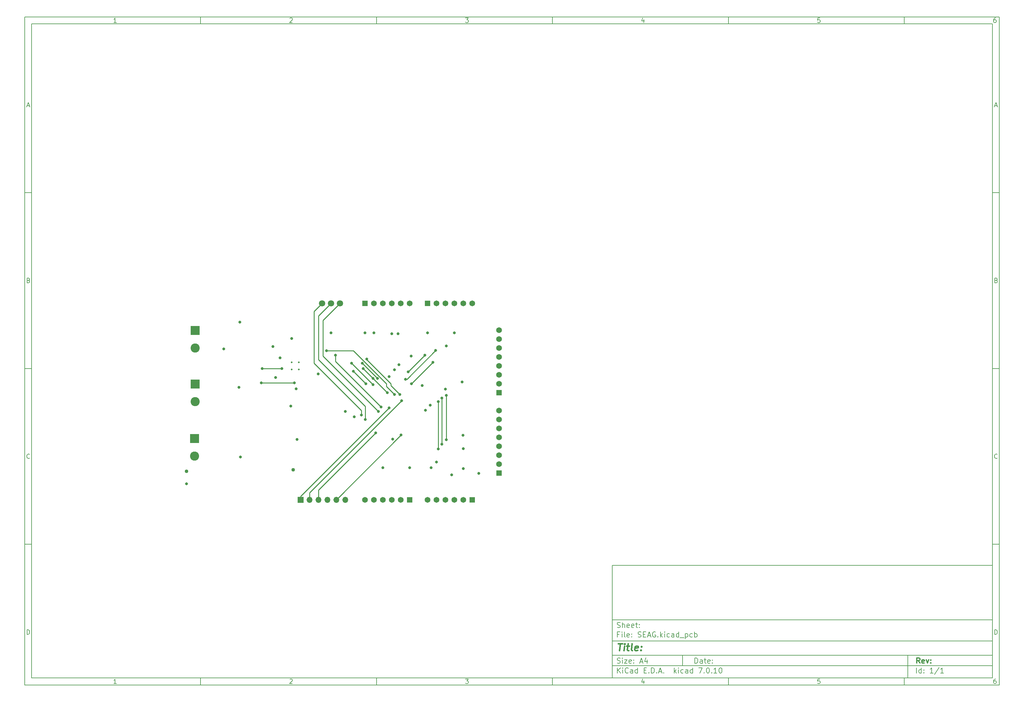
<source format=gbr>
%TF.GenerationSoftware,KiCad,Pcbnew,7.0.10*%
%TF.CreationDate,2024-04-15T18:34:21+02:00*%
%TF.ProjectId,SEAG,53454147-2e6b-4696-9361-645f70636258,rev?*%
%TF.SameCoordinates,Original*%
%TF.FileFunction,Copper,L4,Bot*%
%TF.FilePolarity,Positive*%
%FSLAX46Y46*%
G04 Gerber Fmt 4.6, Leading zero omitted, Abs format (unit mm)*
G04 Created by KiCad (PCBNEW 7.0.10) date 2024-04-15 18:34:21*
%MOMM*%
%LPD*%
G01*
G04 APERTURE LIST*
%ADD10C,0.100000*%
%ADD11C,0.150000*%
%ADD12C,0.300000*%
%ADD13C,0.400000*%
%TA.AperFunction,ComponentPad*%
%ADD14R,2.600000X2.600000*%
%TD*%
%TA.AperFunction,ComponentPad*%
%ADD15C,2.600000*%
%TD*%
%TA.AperFunction,ComponentPad*%
%ADD16R,1.650000X1.650000*%
%TD*%
%TA.AperFunction,ComponentPad*%
%ADD17C,1.650000*%
%TD*%
%TA.AperFunction,ComponentPad*%
%ADD18C,1.800000*%
%TD*%
%TA.AperFunction,ComponentPad*%
%ADD19R,1.700000X1.700000*%
%TD*%
%TA.AperFunction,ComponentPad*%
%ADD20O,1.700000X1.700000*%
%TD*%
%TA.AperFunction,ViaPad*%
%ADD21C,0.800000*%
%TD*%
%TA.AperFunction,ViaPad*%
%ADD22C,1.016000*%
%TD*%
%TA.AperFunction,ViaPad*%
%ADD23C,0.480000*%
%TD*%
%TA.AperFunction,Conductor*%
%ADD24C,0.250000*%
%TD*%
G04 APERTURE END LIST*
D10*
D11*
X177002200Y-166007200D02*
X285002200Y-166007200D01*
X285002200Y-198007200D01*
X177002200Y-198007200D01*
X177002200Y-166007200D01*
D10*
D11*
X10000000Y-10000000D02*
X287002200Y-10000000D01*
X287002200Y-200007200D01*
X10000000Y-200007200D01*
X10000000Y-10000000D01*
D10*
D11*
X12000000Y-12000000D02*
X285002200Y-12000000D01*
X285002200Y-198007200D01*
X12000000Y-198007200D01*
X12000000Y-12000000D01*
D10*
D11*
X60000000Y-12000000D02*
X60000000Y-10000000D01*
D10*
D11*
X110000000Y-12000000D02*
X110000000Y-10000000D01*
D10*
D11*
X160000000Y-12000000D02*
X160000000Y-10000000D01*
D10*
D11*
X210000000Y-12000000D02*
X210000000Y-10000000D01*
D10*
D11*
X260000000Y-12000000D02*
X260000000Y-10000000D01*
D10*
D11*
X36089160Y-11593604D02*
X35346303Y-11593604D01*
X35717731Y-11593604D02*
X35717731Y-10293604D01*
X35717731Y-10293604D02*
X35593922Y-10479319D01*
X35593922Y-10479319D02*
X35470112Y-10603128D01*
X35470112Y-10603128D02*
X35346303Y-10665033D01*
D10*
D11*
X85346303Y-10417414D02*
X85408207Y-10355509D01*
X85408207Y-10355509D02*
X85532017Y-10293604D01*
X85532017Y-10293604D02*
X85841541Y-10293604D01*
X85841541Y-10293604D02*
X85965350Y-10355509D01*
X85965350Y-10355509D02*
X86027255Y-10417414D01*
X86027255Y-10417414D02*
X86089160Y-10541223D01*
X86089160Y-10541223D02*
X86089160Y-10665033D01*
X86089160Y-10665033D02*
X86027255Y-10850747D01*
X86027255Y-10850747D02*
X85284398Y-11593604D01*
X85284398Y-11593604D02*
X86089160Y-11593604D01*
D10*
D11*
X135284398Y-10293604D02*
X136089160Y-10293604D01*
X136089160Y-10293604D02*
X135655826Y-10788842D01*
X135655826Y-10788842D02*
X135841541Y-10788842D01*
X135841541Y-10788842D02*
X135965350Y-10850747D01*
X135965350Y-10850747D02*
X136027255Y-10912652D01*
X136027255Y-10912652D02*
X136089160Y-11036461D01*
X136089160Y-11036461D02*
X136089160Y-11345985D01*
X136089160Y-11345985D02*
X136027255Y-11469795D01*
X136027255Y-11469795D02*
X135965350Y-11531700D01*
X135965350Y-11531700D02*
X135841541Y-11593604D01*
X135841541Y-11593604D02*
X135470112Y-11593604D01*
X135470112Y-11593604D02*
X135346303Y-11531700D01*
X135346303Y-11531700D02*
X135284398Y-11469795D01*
D10*
D11*
X185965350Y-10726938D02*
X185965350Y-11593604D01*
X185655826Y-10231700D02*
X185346303Y-11160271D01*
X185346303Y-11160271D02*
X186151064Y-11160271D01*
D10*
D11*
X236027255Y-10293604D02*
X235408207Y-10293604D01*
X235408207Y-10293604D02*
X235346303Y-10912652D01*
X235346303Y-10912652D02*
X235408207Y-10850747D01*
X235408207Y-10850747D02*
X235532017Y-10788842D01*
X235532017Y-10788842D02*
X235841541Y-10788842D01*
X235841541Y-10788842D02*
X235965350Y-10850747D01*
X235965350Y-10850747D02*
X236027255Y-10912652D01*
X236027255Y-10912652D02*
X236089160Y-11036461D01*
X236089160Y-11036461D02*
X236089160Y-11345985D01*
X236089160Y-11345985D02*
X236027255Y-11469795D01*
X236027255Y-11469795D02*
X235965350Y-11531700D01*
X235965350Y-11531700D02*
X235841541Y-11593604D01*
X235841541Y-11593604D02*
X235532017Y-11593604D01*
X235532017Y-11593604D02*
X235408207Y-11531700D01*
X235408207Y-11531700D02*
X235346303Y-11469795D01*
D10*
D11*
X285965350Y-10293604D02*
X285717731Y-10293604D01*
X285717731Y-10293604D02*
X285593922Y-10355509D01*
X285593922Y-10355509D02*
X285532017Y-10417414D01*
X285532017Y-10417414D02*
X285408207Y-10603128D01*
X285408207Y-10603128D02*
X285346303Y-10850747D01*
X285346303Y-10850747D02*
X285346303Y-11345985D01*
X285346303Y-11345985D02*
X285408207Y-11469795D01*
X285408207Y-11469795D02*
X285470112Y-11531700D01*
X285470112Y-11531700D02*
X285593922Y-11593604D01*
X285593922Y-11593604D02*
X285841541Y-11593604D01*
X285841541Y-11593604D02*
X285965350Y-11531700D01*
X285965350Y-11531700D02*
X286027255Y-11469795D01*
X286027255Y-11469795D02*
X286089160Y-11345985D01*
X286089160Y-11345985D02*
X286089160Y-11036461D01*
X286089160Y-11036461D02*
X286027255Y-10912652D01*
X286027255Y-10912652D02*
X285965350Y-10850747D01*
X285965350Y-10850747D02*
X285841541Y-10788842D01*
X285841541Y-10788842D02*
X285593922Y-10788842D01*
X285593922Y-10788842D02*
X285470112Y-10850747D01*
X285470112Y-10850747D02*
X285408207Y-10912652D01*
X285408207Y-10912652D02*
X285346303Y-11036461D01*
D10*
D11*
X60000000Y-198007200D02*
X60000000Y-200007200D01*
D10*
D11*
X110000000Y-198007200D02*
X110000000Y-200007200D01*
D10*
D11*
X160000000Y-198007200D02*
X160000000Y-200007200D01*
D10*
D11*
X210000000Y-198007200D02*
X210000000Y-200007200D01*
D10*
D11*
X260000000Y-198007200D02*
X260000000Y-200007200D01*
D10*
D11*
X36089160Y-199600804D02*
X35346303Y-199600804D01*
X35717731Y-199600804D02*
X35717731Y-198300804D01*
X35717731Y-198300804D02*
X35593922Y-198486519D01*
X35593922Y-198486519D02*
X35470112Y-198610328D01*
X35470112Y-198610328D02*
X35346303Y-198672233D01*
D10*
D11*
X85346303Y-198424614D02*
X85408207Y-198362709D01*
X85408207Y-198362709D02*
X85532017Y-198300804D01*
X85532017Y-198300804D02*
X85841541Y-198300804D01*
X85841541Y-198300804D02*
X85965350Y-198362709D01*
X85965350Y-198362709D02*
X86027255Y-198424614D01*
X86027255Y-198424614D02*
X86089160Y-198548423D01*
X86089160Y-198548423D02*
X86089160Y-198672233D01*
X86089160Y-198672233D02*
X86027255Y-198857947D01*
X86027255Y-198857947D02*
X85284398Y-199600804D01*
X85284398Y-199600804D02*
X86089160Y-199600804D01*
D10*
D11*
X135284398Y-198300804D02*
X136089160Y-198300804D01*
X136089160Y-198300804D02*
X135655826Y-198796042D01*
X135655826Y-198796042D02*
X135841541Y-198796042D01*
X135841541Y-198796042D02*
X135965350Y-198857947D01*
X135965350Y-198857947D02*
X136027255Y-198919852D01*
X136027255Y-198919852D02*
X136089160Y-199043661D01*
X136089160Y-199043661D02*
X136089160Y-199353185D01*
X136089160Y-199353185D02*
X136027255Y-199476995D01*
X136027255Y-199476995D02*
X135965350Y-199538900D01*
X135965350Y-199538900D02*
X135841541Y-199600804D01*
X135841541Y-199600804D02*
X135470112Y-199600804D01*
X135470112Y-199600804D02*
X135346303Y-199538900D01*
X135346303Y-199538900D02*
X135284398Y-199476995D01*
D10*
D11*
X185965350Y-198734138D02*
X185965350Y-199600804D01*
X185655826Y-198238900D02*
X185346303Y-199167471D01*
X185346303Y-199167471D02*
X186151064Y-199167471D01*
D10*
D11*
X236027255Y-198300804D02*
X235408207Y-198300804D01*
X235408207Y-198300804D02*
X235346303Y-198919852D01*
X235346303Y-198919852D02*
X235408207Y-198857947D01*
X235408207Y-198857947D02*
X235532017Y-198796042D01*
X235532017Y-198796042D02*
X235841541Y-198796042D01*
X235841541Y-198796042D02*
X235965350Y-198857947D01*
X235965350Y-198857947D02*
X236027255Y-198919852D01*
X236027255Y-198919852D02*
X236089160Y-199043661D01*
X236089160Y-199043661D02*
X236089160Y-199353185D01*
X236089160Y-199353185D02*
X236027255Y-199476995D01*
X236027255Y-199476995D02*
X235965350Y-199538900D01*
X235965350Y-199538900D02*
X235841541Y-199600804D01*
X235841541Y-199600804D02*
X235532017Y-199600804D01*
X235532017Y-199600804D02*
X235408207Y-199538900D01*
X235408207Y-199538900D02*
X235346303Y-199476995D01*
D10*
D11*
X285965350Y-198300804D02*
X285717731Y-198300804D01*
X285717731Y-198300804D02*
X285593922Y-198362709D01*
X285593922Y-198362709D02*
X285532017Y-198424614D01*
X285532017Y-198424614D02*
X285408207Y-198610328D01*
X285408207Y-198610328D02*
X285346303Y-198857947D01*
X285346303Y-198857947D02*
X285346303Y-199353185D01*
X285346303Y-199353185D02*
X285408207Y-199476995D01*
X285408207Y-199476995D02*
X285470112Y-199538900D01*
X285470112Y-199538900D02*
X285593922Y-199600804D01*
X285593922Y-199600804D02*
X285841541Y-199600804D01*
X285841541Y-199600804D02*
X285965350Y-199538900D01*
X285965350Y-199538900D02*
X286027255Y-199476995D01*
X286027255Y-199476995D02*
X286089160Y-199353185D01*
X286089160Y-199353185D02*
X286089160Y-199043661D01*
X286089160Y-199043661D02*
X286027255Y-198919852D01*
X286027255Y-198919852D02*
X285965350Y-198857947D01*
X285965350Y-198857947D02*
X285841541Y-198796042D01*
X285841541Y-198796042D02*
X285593922Y-198796042D01*
X285593922Y-198796042D02*
X285470112Y-198857947D01*
X285470112Y-198857947D02*
X285408207Y-198919852D01*
X285408207Y-198919852D02*
X285346303Y-199043661D01*
D10*
D11*
X10000000Y-60000000D02*
X12000000Y-60000000D01*
D10*
D11*
X10000000Y-110000000D02*
X12000000Y-110000000D01*
D10*
D11*
X10000000Y-160000000D02*
X12000000Y-160000000D01*
D10*
D11*
X10690476Y-35222176D02*
X11309523Y-35222176D01*
X10566666Y-35593604D02*
X10999999Y-34293604D01*
X10999999Y-34293604D02*
X11433333Y-35593604D01*
D10*
D11*
X11092857Y-84912652D02*
X11278571Y-84974557D01*
X11278571Y-84974557D02*
X11340476Y-85036461D01*
X11340476Y-85036461D02*
X11402380Y-85160271D01*
X11402380Y-85160271D02*
X11402380Y-85345985D01*
X11402380Y-85345985D02*
X11340476Y-85469795D01*
X11340476Y-85469795D02*
X11278571Y-85531700D01*
X11278571Y-85531700D02*
X11154761Y-85593604D01*
X11154761Y-85593604D02*
X10659523Y-85593604D01*
X10659523Y-85593604D02*
X10659523Y-84293604D01*
X10659523Y-84293604D02*
X11092857Y-84293604D01*
X11092857Y-84293604D02*
X11216666Y-84355509D01*
X11216666Y-84355509D02*
X11278571Y-84417414D01*
X11278571Y-84417414D02*
X11340476Y-84541223D01*
X11340476Y-84541223D02*
X11340476Y-84665033D01*
X11340476Y-84665033D02*
X11278571Y-84788842D01*
X11278571Y-84788842D02*
X11216666Y-84850747D01*
X11216666Y-84850747D02*
X11092857Y-84912652D01*
X11092857Y-84912652D02*
X10659523Y-84912652D01*
D10*
D11*
X11402380Y-135469795D02*
X11340476Y-135531700D01*
X11340476Y-135531700D02*
X11154761Y-135593604D01*
X11154761Y-135593604D02*
X11030952Y-135593604D01*
X11030952Y-135593604D02*
X10845238Y-135531700D01*
X10845238Y-135531700D02*
X10721428Y-135407890D01*
X10721428Y-135407890D02*
X10659523Y-135284080D01*
X10659523Y-135284080D02*
X10597619Y-135036461D01*
X10597619Y-135036461D02*
X10597619Y-134850747D01*
X10597619Y-134850747D02*
X10659523Y-134603128D01*
X10659523Y-134603128D02*
X10721428Y-134479319D01*
X10721428Y-134479319D02*
X10845238Y-134355509D01*
X10845238Y-134355509D02*
X11030952Y-134293604D01*
X11030952Y-134293604D02*
X11154761Y-134293604D01*
X11154761Y-134293604D02*
X11340476Y-134355509D01*
X11340476Y-134355509D02*
X11402380Y-134417414D01*
D10*
D11*
X10659523Y-185593604D02*
X10659523Y-184293604D01*
X10659523Y-184293604D02*
X10969047Y-184293604D01*
X10969047Y-184293604D02*
X11154761Y-184355509D01*
X11154761Y-184355509D02*
X11278571Y-184479319D01*
X11278571Y-184479319D02*
X11340476Y-184603128D01*
X11340476Y-184603128D02*
X11402380Y-184850747D01*
X11402380Y-184850747D02*
X11402380Y-185036461D01*
X11402380Y-185036461D02*
X11340476Y-185284080D01*
X11340476Y-185284080D02*
X11278571Y-185407890D01*
X11278571Y-185407890D02*
X11154761Y-185531700D01*
X11154761Y-185531700D02*
X10969047Y-185593604D01*
X10969047Y-185593604D02*
X10659523Y-185593604D01*
D10*
D11*
X287002200Y-60000000D02*
X285002200Y-60000000D01*
D10*
D11*
X287002200Y-110000000D02*
X285002200Y-110000000D01*
D10*
D11*
X287002200Y-160000000D02*
X285002200Y-160000000D01*
D10*
D11*
X285692676Y-35222176D02*
X286311723Y-35222176D01*
X285568866Y-35593604D02*
X286002199Y-34293604D01*
X286002199Y-34293604D02*
X286435533Y-35593604D01*
D10*
D11*
X286095057Y-84912652D02*
X286280771Y-84974557D01*
X286280771Y-84974557D02*
X286342676Y-85036461D01*
X286342676Y-85036461D02*
X286404580Y-85160271D01*
X286404580Y-85160271D02*
X286404580Y-85345985D01*
X286404580Y-85345985D02*
X286342676Y-85469795D01*
X286342676Y-85469795D02*
X286280771Y-85531700D01*
X286280771Y-85531700D02*
X286156961Y-85593604D01*
X286156961Y-85593604D02*
X285661723Y-85593604D01*
X285661723Y-85593604D02*
X285661723Y-84293604D01*
X285661723Y-84293604D02*
X286095057Y-84293604D01*
X286095057Y-84293604D02*
X286218866Y-84355509D01*
X286218866Y-84355509D02*
X286280771Y-84417414D01*
X286280771Y-84417414D02*
X286342676Y-84541223D01*
X286342676Y-84541223D02*
X286342676Y-84665033D01*
X286342676Y-84665033D02*
X286280771Y-84788842D01*
X286280771Y-84788842D02*
X286218866Y-84850747D01*
X286218866Y-84850747D02*
X286095057Y-84912652D01*
X286095057Y-84912652D02*
X285661723Y-84912652D01*
D10*
D11*
X286404580Y-135469795D02*
X286342676Y-135531700D01*
X286342676Y-135531700D02*
X286156961Y-135593604D01*
X286156961Y-135593604D02*
X286033152Y-135593604D01*
X286033152Y-135593604D02*
X285847438Y-135531700D01*
X285847438Y-135531700D02*
X285723628Y-135407890D01*
X285723628Y-135407890D02*
X285661723Y-135284080D01*
X285661723Y-135284080D02*
X285599819Y-135036461D01*
X285599819Y-135036461D02*
X285599819Y-134850747D01*
X285599819Y-134850747D02*
X285661723Y-134603128D01*
X285661723Y-134603128D02*
X285723628Y-134479319D01*
X285723628Y-134479319D02*
X285847438Y-134355509D01*
X285847438Y-134355509D02*
X286033152Y-134293604D01*
X286033152Y-134293604D02*
X286156961Y-134293604D01*
X286156961Y-134293604D02*
X286342676Y-134355509D01*
X286342676Y-134355509D02*
X286404580Y-134417414D01*
D10*
D11*
X285661723Y-185593604D02*
X285661723Y-184293604D01*
X285661723Y-184293604D02*
X285971247Y-184293604D01*
X285971247Y-184293604D02*
X286156961Y-184355509D01*
X286156961Y-184355509D02*
X286280771Y-184479319D01*
X286280771Y-184479319D02*
X286342676Y-184603128D01*
X286342676Y-184603128D02*
X286404580Y-184850747D01*
X286404580Y-184850747D02*
X286404580Y-185036461D01*
X286404580Y-185036461D02*
X286342676Y-185284080D01*
X286342676Y-185284080D02*
X286280771Y-185407890D01*
X286280771Y-185407890D02*
X286156961Y-185531700D01*
X286156961Y-185531700D02*
X285971247Y-185593604D01*
X285971247Y-185593604D02*
X285661723Y-185593604D01*
D10*
D11*
X200458026Y-193793328D02*
X200458026Y-192293328D01*
X200458026Y-192293328D02*
X200815169Y-192293328D01*
X200815169Y-192293328D02*
X201029455Y-192364757D01*
X201029455Y-192364757D02*
X201172312Y-192507614D01*
X201172312Y-192507614D02*
X201243741Y-192650471D01*
X201243741Y-192650471D02*
X201315169Y-192936185D01*
X201315169Y-192936185D02*
X201315169Y-193150471D01*
X201315169Y-193150471D02*
X201243741Y-193436185D01*
X201243741Y-193436185D02*
X201172312Y-193579042D01*
X201172312Y-193579042D02*
X201029455Y-193721900D01*
X201029455Y-193721900D02*
X200815169Y-193793328D01*
X200815169Y-193793328D02*
X200458026Y-193793328D01*
X202600884Y-193793328D02*
X202600884Y-193007614D01*
X202600884Y-193007614D02*
X202529455Y-192864757D01*
X202529455Y-192864757D02*
X202386598Y-192793328D01*
X202386598Y-192793328D02*
X202100884Y-192793328D01*
X202100884Y-192793328D02*
X201958026Y-192864757D01*
X202600884Y-193721900D02*
X202458026Y-193793328D01*
X202458026Y-193793328D02*
X202100884Y-193793328D01*
X202100884Y-193793328D02*
X201958026Y-193721900D01*
X201958026Y-193721900D02*
X201886598Y-193579042D01*
X201886598Y-193579042D02*
X201886598Y-193436185D01*
X201886598Y-193436185D02*
X201958026Y-193293328D01*
X201958026Y-193293328D02*
X202100884Y-193221900D01*
X202100884Y-193221900D02*
X202458026Y-193221900D01*
X202458026Y-193221900D02*
X202600884Y-193150471D01*
X203100884Y-192793328D02*
X203672312Y-192793328D01*
X203315169Y-192293328D02*
X203315169Y-193579042D01*
X203315169Y-193579042D02*
X203386598Y-193721900D01*
X203386598Y-193721900D02*
X203529455Y-193793328D01*
X203529455Y-193793328D02*
X203672312Y-193793328D01*
X204743741Y-193721900D02*
X204600884Y-193793328D01*
X204600884Y-193793328D02*
X204315170Y-193793328D01*
X204315170Y-193793328D02*
X204172312Y-193721900D01*
X204172312Y-193721900D02*
X204100884Y-193579042D01*
X204100884Y-193579042D02*
X204100884Y-193007614D01*
X204100884Y-193007614D02*
X204172312Y-192864757D01*
X204172312Y-192864757D02*
X204315170Y-192793328D01*
X204315170Y-192793328D02*
X204600884Y-192793328D01*
X204600884Y-192793328D02*
X204743741Y-192864757D01*
X204743741Y-192864757D02*
X204815170Y-193007614D01*
X204815170Y-193007614D02*
X204815170Y-193150471D01*
X204815170Y-193150471D02*
X204100884Y-193293328D01*
X205458026Y-193650471D02*
X205529455Y-193721900D01*
X205529455Y-193721900D02*
X205458026Y-193793328D01*
X205458026Y-193793328D02*
X205386598Y-193721900D01*
X205386598Y-193721900D02*
X205458026Y-193650471D01*
X205458026Y-193650471D02*
X205458026Y-193793328D01*
X205458026Y-192864757D02*
X205529455Y-192936185D01*
X205529455Y-192936185D02*
X205458026Y-193007614D01*
X205458026Y-193007614D02*
X205386598Y-192936185D01*
X205386598Y-192936185D02*
X205458026Y-192864757D01*
X205458026Y-192864757D02*
X205458026Y-193007614D01*
D10*
D11*
X177002200Y-194507200D02*
X285002200Y-194507200D01*
D10*
D11*
X178458026Y-196593328D02*
X178458026Y-195093328D01*
X179315169Y-196593328D02*
X178672312Y-195736185D01*
X179315169Y-195093328D02*
X178458026Y-195950471D01*
X179958026Y-196593328D02*
X179958026Y-195593328D01*
X179958026Y-195093328D02*
X179886598Y-195164757D01*
X179886598Y-195164757D02*
X179958026Y-195236185D01*
X179958026Y-195236185D02*
X180029455Y-195164757D01*
X180029455Y-195164757D02*
X179958026Y-195093328D01*
X179958026Y-195093328D02*
X179958026Y-195236185D01*
X181529455Y-196450471D02*
X181458027Y-196521900D01*
X181458027Y-196521900D02*
X181243741Y-196593328D01*
X181243741Y-196593328D02*
X181100884Y-196593328D01*
X181100884Y-196593328D02*
X180886598Y-196521900D01*
X180886598Y-196521900D02*
X180743741Y-196379042D01*
X180743741Y-196379042D02*
X180672312Y-196236185D01*
X180672312Y-196236185D02*
X180600884Y-195950471D01*
X180600884Y-195950471D02*
X180600884Y-195736185D01*
X180600884Y-195736185D02*
X180672312Y-195450471D01*
X180672312Y-195450471D02*
X180743741Y-195307614D01*
X180743741Y-195307614D02*
X180886598Y-195164757D01*
X180886598Y-195164757D02*
X181100884Y-195093328D01*
X181100884Y-195093328D02*
X181243741Y-195093328D01*
X181243741Y-195093328D02*
X181458027Y-195164757D01*
X181458027Y-195164757D02*
X181529455Y-195236185D01*
X182815170Y-196593328D02*
X182815170Y-195807614D01*
X182815170Y-195807614D02*
X182743741Y-195664757D01*
X182743741Y-195664757D02*
X182600884Y-195593328D01*
X182600884Y-195593328D02*
X182315170Y-195593328D01*
X182315170Y-195593328D02*
X182172312Y-195664757D01*
X182815170Y-196521900D02*
X182672312Y-196593328D01*
X182672312Y-196593328D02*
X182315170Y-196593328D01*
X182315170Y-196593328D02*
X182172312Y-196521900D01*
X182172312Y-196521900D02*
X182100884Y-196379042D01*
X182100884Y-196379042D02*
X182100884Y-196236185D01*
X182100884Y-196236185D02*
X182172312Y-196093328D01*
X182172312Y-196093328D02*
X182315170Y-196021900D01*
X182315170Y-196021900D02*
X182672312Y-196021900D01*
X182672312Y-196021900D02*
X182815170Y-195950471D01*
X184172313Y-196593328D02*
X184172313Y-195093328D01*
X184172313Y-196521900D02*
X184029455Y-196593328D01*
X184029455Y-196593328D02*
X183743741Y-196593328D01*
X183743741Y-196593328D02*
X183600884Y-196521900D01*
X183600884Y-196521900D02*
X183529455Y-196450471D01*
X183529455Y-196450471D02*
X183458027Y-196307614D01*
X183458027Y-196307614D02*
X183458027Y-195879042D01*
X183458027Y-195879042D02*
X183529455Y-195736185D01*
X183529455Y-195736185D02*
X183600884Y-195664757D01*
X183600884Y-195664757D02*
X183743741Y-195593328D01*
X183743741Y-195593328D02*
X184029455Y-195593328D01*
X184029455Y-195593328D02*
X184172313Y-195664757D01*
X186029455Y-195807614D02*
X186529455Y-195807614D01*
X186743741Y-196593328D02*
X186029455Y-196593328D01*
X186029455Y-196593328D02*
X186029455Y-195093328D01*
X186029455Y-195093328D02*
X186743741Y-195093328D01*
X187386598Y-196450471D02*
X187458027Y-196521900D01*
X187458027Y-196521900D02*
X187386598Y-196593328D01*
X187386598Y-196593328D02*
X187315170Y-196521900D01*
X187315170Y-196521900D02*
X187386598Y-196450471D01*
X187386598Y-196450471D02*
X187386598Y-196593328D01*
X188100884Y-196593328D02*
X188100884Y-195093328D01*
X188100884Y-195093328D02*
X188458027Y-195093328D01*
X188458027Y-195093328D02*
X188672313Y-195164757D01*
X188672313Y-195164757D02*
X188815170Y-195307614D01*
X188815170Y-195307614D02*
X188886599Y-195450471D01*
X188886599Y-195450471D02*
X188958027Y-195736185D01*
X188958027Y-195736185D02*
X188958027Y-195950471D01*
X188958027Y-195950471D02*
X188886599Y-196236185D01*
X188886599Y-196236185D02*
X188815170Y-196379042D01*
X188815170Y-196379042D02*
X188672313Y-196521900D01*
X188672313Y-196521900D02*
X188458027Y-196593328D01*
X188458027Y-196593328D02*
X188100884Y-196593328D01*
X189600884Y-196450471D02*
X189672313Y-196521900D01*
X189672313Y-196521900D02*
X189600884Y-196593328D01*
X189600884Y-196593328D02*
X189529456Y-196521900D01*
X189529456Y-196521900D02*
X189600884Y-196450471D01*
X189600884Y-196450471D02*
X189600884Y-196593328D01*
X190243742Y-196164757D02*
X190958028Y-196164757D01*
X190100885Y-196593328D02*
X190600885Y-195093328D01*
X190600885Y-195093328D02*
X191100885Y-196593328D01*
X191600884Y-196450471D02*
X191672313Y-196521900D01*
X191672313Y-196521900D02*
X191600884Y-196593328D01*
X191600884Y-196593328D02*
X191529456Y-196521900D01*
X191529456Y-196521900D02*
X191600884Y-196450471D01*
X191600884Y-196450471D02*
X191600884Y-196593328D01*
X194600884Y-196593328D02*
X194600884Y-195093328D01*
X194743742Y-196021900D02*
X195172313Y-196593328D01*
X195172313Y-195593328D02*
X194600884Y-196164757D01*
X195815170Y-196593328D02*
X195815170Y-195593328D01*
X195815170Y-195093328D02*
X195743742Y-195164757D01*
X195743742Y-195164757D02*
X195815170Y-195236185D01*
X195815170Y-195236185D02*
X195886599Y-195164757D01*
X195886599Y-195164757D02*
X195815170Y-195093328D01*
X195815170Y-195093328D02*
X195815170Y-195236185D01*
X197172314Y-196521900D02*
X197029456Y-196593328D01*
X197029456Y-196593328D02*
X196743742Y-196593328D01*
X196743742Y-196593328D02*
X196600885Y-196521900D01*
X196600885Y-196521900D02*
X196529456Y-196450471D01*
X196529456Y-196450471D02*
X196458028Y-196307614D01*
X196458028Y-196307614D02*
X196458028Y-195879042D01*
X196458028Y-195879042D02*
X196529456Y-195736185D01*
X196529456Y-195736185D02*
X196600885Y-195664757D01*
X196600885Y-195664757D02*
X196743742Y-195593328D01*
X196743742Y-195593328D02*
X197029456Y-195593328D01*
X197029456Y-195593328D02*
X197172314Y-195664757D01*
X198458028Y-196593328D02*
X198458028Y-195807614D01*
X198458028Y-195807614D02*
X198386599Y-195664757D01*
X198386599Y-195664757D02*
X198243742Y-195593328D01*
X198243742Y-195593328D02*
X197958028Y-195593328D01*
X197958028Y-195593328D02*
X197815170Y-195664757D01*
X198458028Y-196521900D02*
X198315170Y-196593328D01*
X198315170Y-196593328D02*
X197958028Y-196593328D01*
X197958028Y-196593328D02*
X197815170Y-196521900D01*
X197815170Y-196521900D02*
X197743742Y-196379042D01*
X197743742Y-196379042D02*
X197743742Y-196236185D01*
X197743742Y-196236185D02*
X197815170Y-196093328D01*
X197815170Y-196093328D02*
X197958028Y-196021900D01*
X197958028Y-196021900D02*
X198315170Y-196021900D01*
X198315170Y-196021900D02*
X198458028Y-195950471D01*
X199815171Y-196593328D02*
X199815171Y-195093328D01*
X199815171Y-196521900D02*
X199672313Y-196593328D01*
X199672313Y-196593328D02*
X199386599Y-196593328D01*
X199386599Y-196593328D02*
X199243742Y-196521900D01*
X199243742Y-196521900D02*
X199172313Y-196450471D01*
X199172313Y-196450471D02*
X199100885Y-196307614D01*
X199100885Y-196307614D02*
X199100885Y-195879042D01*
X199100885Y-195879042D02*
X199172313Y-195736185D01*
X199172313Y-195736185D02*
X199243742Y-195664757D01*
X199243742Y-195664757D02*
X199386599Y-195593328D01*
X199386599Y-195593328D02*
X199672313Y-195593328D01*
X199672313Y-195593328D02*
X199815171Y-195664757D01*
X201529456Y-195093328D02*
X202529456Y-195093328D01*
X202529456Y-195093328D02*
X201886599Y-196593328D01*
X203100884Y-196450471D02*
X203172313Y-196521900D01*
X203172313Y-196521900D02*
X203100884Y-196593328D01*
X203100884Y-196593328D02*
X203029456Y-196521900D01*
X203029456Y-196521900D02*
X203100884Y-196450471D01*
X203100884Y-196450471D02*
X203100884Y-196593328D01*
X204100885Y-195093328D02*
X204243742Y-195093328D01*
X204243742Y-195093328D02*
X204386599Y-195164757D01*
X204386599Y-195164757D02*
X204458028Y-195236185D01*
X204458028Y-195236185D02*
X204529456Y-195379042D01*
X204529456Y-195379042D02*
X204600885Y-195664757D01*
X204600885Y-195664757D02*
X204600885Y-196021900D01*
X204600885Y-196021900D02*
X204529456Y-196307614D01*
X204529456Y-196307614D02*
X204458028Y-196450471D01*
X204458028Y-196450471D02*
X204386599Y-196521900D01*
X204386599Y-196521900D02*
X204243742Y-196593328D01*
X204243742Y-196593328D02*
X204100885Y-196593328D01*
X204100885Y-196593328D02*
X203958028Y-196521900D01*
X203958028Y-196521900D02*
X203886599Y-196450471D01*
X203886599Y-196450471D02*
X203815170Y-196307614D01*
X203815170Y-196307614D02*
X203743742Y-196021900D01*
X203743742Y-196021900D02*
X203743742Y-195664757D01*
X203743742Y-195664757D02*
X203815170Y-195379042D01*
X203815170Y-195379042D02*
X203886599Y-195236185D01*
X203886599Y-195236185D02*
X203958028Y-195164757D01*
X203958028Y-195164757D02*
X204100885Y-195093328D01*
X205243741Y-196450471D02*
X205315170Y-196521900D01*
X205315170Y-196521900D02*
X205243741Y-196593328D01*
X205243741Y-196593328D02*
X205172313Y-196521900D01*
X205172313Y-196521900D02*
X205243741Y-196450471D01*
X205243741Y-196450471D02*
X205243741Y-196593328D01*
X206743742Y-196593328D02*
X205886599Y-196593328D01*
X206315170Y-196593328D02*
X206315170Y-195093328D01*
X206315170Y-195093328D02*
X206172313Y-195307614D01*
X206172313Y-195307614D02*
X206029456Y-195450471D01*
X206029456Y-195450471D02*
X205886599Y-195521900D01*
X207672313Y-195093328D02*
X207815170Y-195093328D01*
X207815170Y-195093328D02*
X207958027Y-195164757D01*
X207958027Y-195164757D02*
X208029456Y-195236185D01*
X208029456Y-195236185D02*
X208100884Y-195379042D01*
X208100884Y-195379042D02*
X208172313Y-195664757D01*
X208172313Y-195664757D02*
X208172313Y-196021900D01*
X208172313Y-196021900D02*
X208100884Y-196307614D01*
X208100884Y-196307614D02*
X208029456Y-196450471D01*
X208029456Y-196450471D02*
X207958027Y-196521900D01*
X207958027Y-196521900D02*
X207815170Y-196593328D01*
X207815170Y-196593328D02*
X207672313Y-196593328D01*
X207672313Y-196593328D02*
X207529456Y-196521900D01*
X207529456Y-196521900D02*
X207458027Y-196450471D01*
X207458027Y-196450471D02*
X207386598Y-196307614D01*
X207386598Y-196307614D02*
X207315170Y-196021900D01*
X207315170Y-196021900D02*
X207315170Y-195664757D01*
X207315170Y-195664757D02*
X207386598Y-195379042D01*
X207386598Y-195379042D02*
X207458027Y-195236185D01*
X207458027Y-195236185D02*
X207529456Y-195164757D01*
X207529456Y-195164757D02*
X207672313Y-195093328D01*
D10*
D11*
X177002200Y-191507200D02*
X285002200Y-191507200D01*
D10*
D12*
X264413853Y-193785528D02*
X263913853Y-193071242D01*
X263556710Y-193785528D02*
X263556710Y-192285528D01*
X263556710Y-192285528D02*
X264128139Y-192285528D01*
X264128139Y-192285528D02*
X264270996Y-192356957D01*
X264270996Y-192356957D02*
X264342425Y-192428385D01*
X264342425Y-192428385D02*
X264413853Y-192571242D01*
X264413853Y-192571242D02*
X264413853Y-192785528D01*
X264413853Y-192785528D02*
X264342425Y-192928385D01*
X264342425Y-192928385D02*
X264270996Y-192999814D01*
X264270996Y-192999814D02*
X264128139Y-193071242D01*
X264128139Y-193071242D02*
X263556710Y-193071242D01*
X265628139Y-193714100D02*
X265485282Y-193785528D01*
X265485282Y-193785528D02*
X265199568Y-193785528D01*
X265199568Y-193785528D02*
X265056710Y-193714100D01*
X265056710Y-193714100D02*
X264985282Y-193571242D01*
X264985282Y-193571242D02*
X264985282Y-192999814D01*
X264985282Y-192999814D02*
X265056710Y-192856957D01*
X265056710Y-192856957D02*
X265199568Y-192785528D01*
X265199568Y-192785528D02*
X265485282Y-192785528D01*
X265485282Y-192785528D02*
X265628139Y-192856957D01*
X265628139Y-192856957D02*
X265699568Y-192999814D01*
X265699568Y-192999814D02*
X265699568Y-193142671D01*
X265699568Y-193142671D02*
X264985282Y-193285528D01*
X266199567Y-192785528D02*
X266556710Y-193785528D01*
X266556710Y-193785528D02*
X266913853Y-192785528D01*
X267485281Y-193642671D02*
X267556710Y-193714100D01*
X267556710Y-193714100D02*
X267485281Y-193785528D01*
X267485281Y-193785528D02*
X267413853Y-193714100D01*
X267413853Y-193714100D02*
X267485281Y-193642671D01*
X267485281Y-193642671D02*
X267485281Y-193785528D01*
X267485281Y-192856957D02*
X267556710Y-192928385D01*
X267556710Y-192928385D02*
X267485281Y-192999814D01*
X267485281Y-192999814D02*
X267413853Y-192928385D01*
X267413853Y-192928385D02*
X267485281Y-192856957D01*
X267485281Y-192856957D02*
X267485281Y-192999814D01*
D10*
D11*
X178386598Y-193721900D02*
X178600884Y-193793328D01*
X178600884Y-193793328D02*
X178958026Y-193793328D01*
X178958026Y-193793328D02*
X179100884Y-193721900D01*
X179100884Y-193721900D02*
X179172312Y-193650471D01*
X179172312Y-193650471D02*
X179243741Y-193507614D01*
X179243741Y-193507614D02*
X179243741Y-193364757D01*
X179243741Y-193364757D02*
X179172312Y-193221900D01*
X179172312Y-193221900D02*
X179100884Y-193150471D01*
X179100884Y-193150471D02*
X178958026Y-193079042D01*
X178958026Y-193079042D02*
X178672312Y-193007614D01*
X178672312Y-193007614D02*
X178529455Y-192936185D01*
X178529455Y-192936185D02*
X178458026Y-192864757D01*
X178458026Y-192864757D02*
X178386598Y-192721900D01*
X178386598Y-192721900D02*
X178386598Y-192579042D01*
X178386598Y-192579042D02*
X178458026Y-192436185D01*
X178458026Y-192436185D02*
X178529455Y-192364757D01*
X178529455Y-192364757D02*
X178672312Y-192293328D01*
X178672312Y-192293328D02*
X179029455Y-192293328D01*
X179029455Y-192293328D02*
X179243741Y-192364757D01*
X179886597Y-193793328D02*
X179886597Y-192793328D01*
X179886597Y-192293328D02*
X179815169Y-192364757D01*
X179815169Y-192364757D02*
X179886597Y-192436185D01*
X179886597Y-192436185D02*
X179958026Y-192364757D01*
X179958026Y-192364757D02*
X179886597Y-192293328D01*
X179886597Y-192293328D02*
X179886597Y-192436185D01*
X180458026Y-192793328D02*
X181243741Y-192793328D01*
X181243741Y-192793328D02*
X180458026Y-193793328D01*
X180458026Y-193793328D02*
X181243741Y-193793328D01*
X182386598Y-193721900D02*
X182243741Y-193793328D01*
X182243741Y-193793328D02*
X181958027Y-193793328D01*
X181958027Y-193793328D02*
X181815169Y-193721900D01*
X181815169Y-193721900D02*
X181743741Y-193579042D01*
X181743741Y-193579042D02*
X181743741Y-193007614D01*
X181743741Y-193007614D02*
X181815169Y-192864757D01*
X181815169Y-192864757D02*
X181958027Y-192793328D01*
X181958027Y-192793328D02*
X182243741Y-192793328D01*
X182243741Y-192793328D02*
X182386598Y-192864757D01*
X182386598Y-192864757D02*
X182458027Y-193007614D01*
X182458027Y-193007614D02*
X182458027Y-193150471D01*
X182458027Y-193150471D02*
X181743741Y-193293328D01*
X183100883Y-193650471D02*
X183172312Y-193721900D01*
X183172312Y-193721900D02*
X183100883Y-193793328D01*
X183100883Y-193793328D02*
X183029455Y-193721900D01*
X183029455Y-193721900D02*
X183100883Y-193650471D01*
X183100883Y-193650471D02*
X183100883Y-193793328D01*
X183100883Y-192864757D02*
X183172312Y-192936185D01*
X183172312Y-192936185D02*
X183100883Y-193007614D01*
X183100883Y-193007614D02*
X183029455Y-192936185D01*
X183029455Y-192936185D02*
X183100883Y-192864757D01*
X183100883Y-192864757D02*
X183100883Y-193007614D01*
X184886598Y-193364757D02*
X185600884Y-193364757D01*
X184743741Y-193793328D02*
X185243741Y-192293328D01*
X185243741Y-192293328D02*
X185743741Y-193793328D01*
X186886598Y-192793328D02*
X186886598Y-193793328D01*
X186529455Y-192221900D02*
X186172312Y-193293328D01*
X186172312Y-193293328D02*
X187100883Y-193293328D01*
D10*
D11*
X263458026Y-196593328D02*
X263458026Y-195093328D01*
X264815170Y-196593328D02*
X264815170Y-195093328D01*
X264815170Y-196521900D02*
X264672312Y-196593328D01*
X264672312Y-196593328D02*
X264386598Y-196593328D01*
X264386598Y-196593328D02*
X264243741Y-196521900D01*
X264243741Y-196521900D02*
X264172312Y-196450471D01*
X264172312Y-196450471D02*
X264100884Y-196307614D01*
X264100884Y-196307614D02*
X264100884Y-195879042D01*
X264100884Y-195879042D02*
X264172312Y-195736185D01*
X264172312Y-195736185D02*
X264243741Y-195664757D01*
X264243741Y-195664757D02*
X264386598Y-195593328D01*
X264386598Y-195593328D02*
X264672312Y-195593328D01*
X264672312Y-195593328D02*
X264815170Y-195664757D01*
X265529455Y-196450471D02*
X265600884Y-196521900D01*
X265600884Y-196521900D02*
X265529455Y-196593328D01*
X265529455Y-196593328D02*
X265458027Y-196521900D01*
X265458027Y-196521900D02*
X265529455Y-196450471D01*
X265529455Y-196450471D02*
X265529455Y-196593328D01*
X265529455Y-195664757D02*
X265600884Y-195736185D01*
X265600884Y-195736185D02*
X265529455Y-195807614D01*
X265529455Y-195807614D02*
X265458027Y-195736185D01*
X265458027Y-195736185D02*
X265529455Y-195664757D01*
X265529455Y-195664757D02*
X265529455Y-195807614D01*
X268172313Y-196593328D02*
X267315170Y-196593328D01*
X267743741Y-196593328D02*
X267743741Y-195093328D01*
X267743741Y-195093328D02*
X267600884Y-195307614D01*
X267600884Y-195307614D02*
X267458027Y-195450471D01*
X267458027Y-195450471D02*
X267315170Y-195521900D01*
X269886598Y-195021900D02*
X268600884Y-196950471D01*
X271172313Y-196593328D02*
X270315170Y-196593328D01*
X270743741Y-196593328D02*
X270743741Y-195093328D01*
X270743741Y-195093328D02*
X270600884Y-195307614D01*
X270600884Y-195307614D02*
X270458027Y-195450471D01*
X270458027Y-195450471D02*
X270315170Y-195521900D01*
D10*
D11*
X177002200Y-187507200D02*
X285002200Y-187507200D01*
D10*
D13*
X178693928Y-188211638D02*
X179836785Y-188211638D01*
X179015357Y-190211638D02*
X179265357Y-188211638D01*
X180253452Y-190211638D02*
X180420119Y-188878304D01*
X180503452Y-188211638D02*
X180396309Y-188306876D01*
X180396309Y-188306876D02*
X180479643Y-188402114D01*
X180479643Y-188402114D02*
X180586786Y-188306876D01*
X180586786Y-188306876D02*
X180503452Y-188211638D01*
X180503452Y-188211638D02*
X180479643Y-188402114D01*
X181086786Y-188878304D02*
X181848690Y-188878304D01*
X181455833Y-188211638D02*
X181241548Y-189925923D01*
X181241548Y-189925923D02*
X181312976Y-190116400D01*
X181312976Y-190116400D02*
X181491548Y-190211638D01*
X181491548Y-190211638D02*
X181682024Y-190211638D01*
X182634405Y-190211638D02*
X182455833Y-190116400D01*
X182455833Y-190116400D02*
X182384405Y-189925923D01*
X182384405Y-189925923D02*
X182598690Y-188211638D01*
X184170119Y-190116400D02*
X183967738Y-190211638D01*
X183967738Y-190211638D02*
X183586785Y-190211638D01*
X183586785Y-190211638D02*
X183408214Y-190116400D01*
X183408214Y-190116400D02*
X183336785Y-189925923D01*
X183336785Y-189925923D02*
X183432024Y-189164019D01*
X183432024Y-189164019D02*
X183551071Y-188973542D01*
X183551071Y-188973542D02*
X183753452Y-188878304D01*
X183753452Y-188878304D02*
X184134404Y-188878304D01*
X184134404Y-188878304D02*
X184312976Y-188973542D01*
X184312976Y-188973542D02*
X184384404Y-189164019D01*
X184384404Y-189164019D02*
X184360595Y-189354495D01*
X184360595Y-189354495D02*
X183384404Y-189544971D01*
X185134405Y-190021161D02*
X185217738Y-190116400D01*
X185217738Y-190116400D02*
X185110595Y-190211638D01*
X185110595Y-190211638D02*
X185027262Y-190116400D01*
X185027262Y-190116400D02*
X185134405Y-190021161D01*
X185134405Y-190021161D02*
X185110595Y-190211638D01*
X185265357Y-188973542D02*
X185348690Y-189068780D01*
X185348690Y-189068780D02*
X185241548Y-189164019D01*
X185241548Y-189164019D02*
X185158214Y-189068780D01*
X185158214Y-189068780D02*
X185265357Y-188973542D01*
X185265357Y-188973542D02*
X185241548Y-189164019D01*
D10*
D11*
X178958026Y-185607614D02*
X178458026Y-185607614D01*
X178458026Y-186393328D02*
X178458026Y-184893328D01*
X178458026Y-184893328D02*
X179172312Y-184893328D01*
X179743740Y-186393328D02*
X179743740Y-185393328D01*
X179743740Y-184893328D02*
X179672312Y-184964757D01*
X179672312Y-184964757D02*
X179743740Y-185036185D01*
X179743740Y-185036185D02*
X179815169Y-184964757D01*
X179815169Y-184964757D02*
X179743740Y-184893328D01*
X179743740Y-184893328D02*
X179743740Y-185036185D01*
X180672312Y-186393328D02*
X180529455Y-186321900D01*
X180529455Y-186321900D02*
X180458026Y-186179042D01*
X180458026Y-186179042D02*
X180458026Y-184893328D01*
X181815169Y-186321900D02*
X181672312Y-186393328D01*
X181672312Y-186393328D02*
X181386598Y-186393328D01*
X181386598Y-186393328D02*
X181243740Y-186321900D01*
X181243740Y-186321900D02*
X181172312Y-186179042D01*
X181172312Y-186179042D02*
X181172312Y-185607614D01*
X181172312Y-185607614D02*
X181243740Y-185464757D01*
X181243740Y-185464757D02*
X181386598Y-185393328D01*
X181386598Y-185393328D02*
X181672312Y-185393328D01*
X181672312Y-185393328D02*
X181815169Y-185464757D01*
X181815169Y-185464757D02*
X181886598Y-185607614D01*
X181886598Y-185607614D02*
X181886598Y-185750471D01*
X181886598Y-185750471D02*
X181172312Y-185893328D01*
X182529454Y-186250471D02*
X182600883Y-186321900D01*
X182600883Y-186321900D02*
X182529454Y-186393328D01*
X182529454Y-186393328D02*
X182458026Y-186321900D01*
X182458026Y-186321900D02*
X182529454Y-186250471D01*
X182529454Y-186250471D02*
X182529454Y-186393328D01*
X182529454Y-185464757D02*
X182600883Y-185536185D01*
X182600883Y-185536185D02*
X182529454Y-185607614D01*
X182529454Y-185607614D02*
X182458026Y-185536185D01*
X182458026Y-185536185D02*
X182529454Y-185464757D01*
X182529454Y-185464757D02*
X182529454Y-185607614D01*
X184315169Y-186321900D02*
X184529455Y-186393328D01*
X184529455Y-186393328D02*
X184886597Y-186393328D01*
X184886597Y-186393328D02*
X185029455Y-186321900D01*
X185029455Y-186321900D02*
X185100883Y-186250471D01*
X185100883Y-186250471D02*
X185172312Y-186107614D01*
X185172312Y-186107614D02*
X185172312Y-185964757D01*
X185172312Y-185964757D02*
X185100883Y-185821900D01*
X185100883Y-185821900D02*
X185029455Y-185750471D01*
X185029455Y-185750471D02*
X184886597Y-185679042D01*
X184886597Y-185679042D02*
X184600883Y-185607614D01*
X184600883Y-185607614D02*
X184458026Y-185536185D01*
X184458026Y-185536185D02*
X184386597Y-185464757D01*
X184386597Y-185464757D02*
X184315169Y-185321900D01*
X184315169Y-185321900D02*
X184315169Y-185179042D01*
X184315169Y-185179042D02*
X184386597Y-185036185D01*
X184386597Y-185036185D02*
X184458026Y-184964757D01*
X184458026Y-184964757D02*
X184600883Y-184893328D01*
X184600883Y-184893328D02*
X184958026Y-184893328D01*
X184958026Y-184893328D02*
X185172312Y-184964757D01*
X185815168Y-185607614D02*
X186315168Y-185607614D01*
X186529454Y-186393328D02*
X185815168Y-186393328D01*
X185815168Y-186393328D02*
X185815168Y-184893328D01*
X185815168Y-184893328D02*
X186529454Y-184893328D01*
X187100883Y-185964757D02*
X187815169Y-185964757D01*
X186958026Y-186393328D02*
X187458026Y-184893328D01*
X187458026Y-184893328D02*
X187958026Y-186393328D01*
X189243740Y-184964757D02*
X189100883Y-184893328D01*
X189100883Y-184893328D02*
X188886597Y-184893328D01*
X188886597Y-184893328D02*
X188672311Y-184964757D01*
X188672311Y-184964757D02*
X188529454Y-185107614D01*
X188529454Y-185107614D02*
X188458025Y-185250471D01*
X188458025Y-185250471D02*
X188386597Y-185536185D01*
X188386597Y-185536185D02*
X188386597Y-185750471D01*
X188386597Y-185750471D02*
X188458025Y-186036185D01*
X188458025Y-186036185D02*
X188529454Y-186179042D01*
X188529454Y-186179042D02*
X188672311Y-186321900D01*
X188672311Y-186321900D02*
X188886597Y-186393328D01*
X188886597Y-186393328D02*
X189029454Y-186393328D01*
X189029454Y-186393328D02*
X189243740Y-186321900D01*
X189243740Y-186321900D02*
X189315168Y-186250471D01*
X189315168Y-186250471D02*
X189315168Y-185750471D01*
X189315168Y-185750471D02*
X189029454Y-185750471D01*
X189958025Y-186250471D02*
X190029454Y-186321900D01*
X190029454Y-186321900D02*
X189958025Y-186393328D01*
X189958025Y-186393328D02*
X189886597Y-186321900D01*
X189886597Y-186321900D02*
X189958025Y-186250471D01*
X189958025Y-186250471D02*
X189958025Y-186393328D01*
X190672311Y-186393328D02*
X190672311Y-184893328D01*
X190815169Y-185821900D02*
X191243740Y-186393328D01*
X191243740Y-185393328D02*
X190672311Y-185964757D01*
X191886597Y-186393328D02*
X191886597Y-185393328D01*
X191886597Y-184893328D02*
X191815169Y-184964757D01*
X191815169Y-184964757D02*
X191886597Y-185036185D01*
X191886597Y-185036185D02*
X191958026Y-184964757D01*
X191958026Y-184964757D02*
X191886597Y-184893328D01*
X191886597Y-184893328D02*
X191886597Y-185036185D01*
X193243741Y-186321900D02*
X193100883Y-186393328D01*
X193100883Y-186393328D02*
X192815169Y-186393328D01*
X192815169Y-186393328D02*
X192672312Y-186321900D01*
X192672312Y-186321900D02*
X192600883Y-186250471D01*
X192600883Y-186250471D02*
X192529455Y-186107614D01*
X192529455Y-186107614D02*
X192529455Y-185679042D01*
X192529455Y-185679042D02*
X192600883Y-185536185D01*
X192600883Y-185536185D02*
X192672312Y-185464757D01*
X192672312Y-185464757D02*
X192815169Y-185393328D01*
X192815169Y-185393328D02*
X193100883Y-185393328D01*
X193100883Y-185393328D02*
X193243741Y-185464757D01*
X194529455Y-186393328D02*
X194529455Y-185607614D01*
X194529455Y-185607614D02*
X194458026Y-185464757D01*
X194458026Y-185464757D02*
X194315169Y-185393328D01*
X194315169Y-185393328D02*
X194029455Y-185393328D01*
X194029455Y-185393328D02*
X193886597Y-185464757D01*
X194529455Y-186321900D02*
X194386597Y-186393328D01*
X194386597Y-186393328D02*
X194029455Y-186393328D01*
X194029455Y-186393328D02*
X193886597Y-186321900D01*
X193886597Y-186321900D02*
X193815169Y-186179042D01*
X193815169Y-186179042D02*
X193815169Y-186036185D01*
X193815169Y-186036185D02*
X193886597Y-185893328D01*
X193886597Y-185893328D02*
X194029455Y-185821900D01*
X194029455Y-185821900D02*
X194386597Y-185821900D01*
X194386597Y-185821900D02*
X194529455Y-185750471D01*
X195886598Y-186393328D02*
X195886598Y-184893328D01*
X195886598Y-186321900D02*
X195743740Y-186393328D01*
X195743740Y-186393328D02*
X195458026Y-186393328D01*
X195458026Y-186393328D02*
X195315169Y-186321900D01*
X195315169Y-186321900D02*
X195243740Y-186250471D01*
X195243740Y-186250471D02*
X195172312Y-186107614D01*
X195172312Y-186107614D02*
X195172312Y-185679042D01*
X195172312Y-185679042D02*
X195243740Y-185536185D01*
X195243740Y-185536185D02*
X195315169Y-185464757D01*
X195315169Y-185464757D02*
X195458026Y-185393328D01*
X195458026Y-185393328D02*
X195743740Y-185393328D01*
X195743740Y-185393328D02*
X195886598Y-185464757D01*
X196243741Y-186536185D02*
X197386598Y-186536185D01*
X197743740Y-185393328D02*
X197743740Y-186893328D01*
X197743740Y-185464757D02*
X197886598Y-185393328D01*
X197886598Y-185393328D02*
X198172312Y-185393328D01*
X198172312Y-185393328D02*
X198315169Y-185464757D01*
X198315169Y-185464757D02*
X198386598Y-185536185D01*
X198386598Y-185536185D02*
X198458026Y-185679042D01*
X198458026Y-185679042D02*
X198458026Y-186107614D01*
X198458026Y-186107614D02*
X198386598Y-186250471D01*
X198386598Y-186250471D02*
X198315169Y-186321900D01*
X198315169Y-186321900D02*
X198172312Y-186393328D01*
X198172312Y-186393328D02*
X197886598Y-186393328D01*
X197886598Y-186393328D02*
X197743740Y-186321900D01*
X199743741Y-186321900D02*
X199600883Y-186393328D01*
X199600883Y-186393328D02*
X199315169Y-186393328D01*
X199315169Y-186393328D02*
X199172312Y-186321900D01*
X199172312Y-186321900D02*
X199100883Y-186250471D01*
X199100883Y-186250471D02*
X199029455Y-186107614D01*
X199029455Y-186107614D02*
X199029455Y-185679042D01*
X199029455Y-185679042D02*
X199100883Y-185536185D01*
X199100883Y-185536185D02*
X199172312Y-185464757D01*
X199172312Y-185464757D02*
X199315169Y-185393328D01*
X199315169Y-185393328D02*
X199600883Y-185393328D01*
X199600883Y-185393328D02*
X199743741Y-185464757D01*
X200386597Y-186393328D02*
X200386597Y-184893328D01*
X200386597Y-185464757D02*
X200529455Y-185393328D01*
X200529455Y-185393328D02*
X200815169Y-185393328D01*
X200815169Y-185393328D02*
X200958026Y-185464757D01*
X200958026Y-185464757D02*
X201029455Y-185536185D01*
X201029455Y-185536185D02*
X201100883Y-185679042D01*
X201100883Y-185679042D02*
X201100883Y-186107614D01*
X201100883Y-186107614D02*
X201029455Y-186250471D01*
X201029455Y-186250471D02*
X200958026Y-186321900D01*
X200958026Y-186321900D02*
X200815169Y-186393328D01*
X200815169Y-186393328D02*
X200529455Y-186393328D01*
X200529455Y-186393328D02*
X200386597Y-186321900D01*
D10*
D11*
X177002200Y-181507200D02*
X285002200Y-181507200D01*
D10*
D11*
X178386598Y-183621900D02*
X178600884Y-183693328D01*
X178600884Y-183693328D02*
X178958026Y-183693328D01*
X178958026Y-183693328D02*
X179100884Y-183621900D01*
X179100884Y-183621900D02*
X179172312Y-183550471D01*
X179172312Y-183550471D02*
X179243741Y-183407614D01*
X179243741Y-183407614D02*
X179243741Y-183264757D01*
X179243741Y-183264757D02*
X179172312Y-183121900D01*
X179172312Y-183121900D02*
X179100884Y-183050471D01*
X179100884Y-183050471D02*
X178958026Y-182979042D01*
X178958026Y-182979042D02*
X178672312Y-182907614D01*
X178672312Y-182907614D02*
X178529455Y-182836185D01*
X178529455Y-182836185D02*
X178458026Y-182764757D01*
X178458026Y-182764757D02*
X178386598Y-182621900D01*
X178386598Y-182621900D02*
X178386598Y-182479042D01*
X178386598Y-182479042D02*
X178458026Y-182336185D01*
X178458026Y-182336185D02*
X178529455Y-182264757D01*
X178529455Y-182264757D02*
X178672312Y-182193328D01*
X178672312Y-182193328D02*
X179029455Y-182193328D01*
X179029455Y-182193328D02*
X179243741Y-182264757D01*
X179886597Y-183693328D02*
X179886597Y-182193328D01*
X180529455Y-183693328D02*
X180529455Y-182907614D01*
X180529455Y-182907614D02*
X180458026Y-182764757D01*
X180458026Y-182764757D02*
X180315169Y-182693328D01*
X180315169Y-182693328D02*
X180100883Y-182693328D01*
X180100883Y-182693328D02*
X179958026Y-182764757D01*
X179958026Y-182764757D02*
X179886597Y-182836185D01*
X181815169Y-183621900D02*
X181672312Y-183693328D01*
X181672312Y-183693328D02*
X181386598Y-183693328D01*
X181386598Y-183693328D02*
X181243740Y-183621900D01*
X181243740Y-183621900D02*
X181172312Y-183479042D01*
X181172312Y-183479042D02*
X181172312Y-182907614D01*
X181172312Y-182907614D02*
X181243740Y-182764757D01*
X181243740Y-182764757D02*
X181386598Y-182693328D01*
X181386598Y-182693328D02*
X181672312Y-182693328D01*
X181672312Y-182693328D02*
X181815169Y-182764757D01*
X181815169Y-182764757D02*
X181886598Y-182907614D01*
X181886598Y-182907614D02*
X181886598Y-183050471D01*
X181886598Y-183050471D02*
X181172312Y-183193328D01*
X183100883Y-183621900D02*
X182958026Y-183693328D01*
X182958026Y-183693328D02*
X182672312Y-183693328D01*
X182672312Y-183693328D02*
X182529454Y-183621900D01*
X182529454Y-183621900D02*
X182458026Y-183479042D01*
X182458026Y-183479042D02*
X182458026Y-182907614D01*
X182458026Y-182907614D02*
X182529454Y-182764757D01*
X182529454Y-182764757D02*
X182672312Y-182693328D01*
X182672312Y-182693328D02*
X182958026Y-182693328D01*
X182958026Y-182693328D02*
X183100883Y-182764757D01*
X183100883Y-182764757D02*
X183172312Y-182907614D01*
X183172312Y-182907614D02*
X183172312Y-183050471D01*
X183172312Y-183050471D02*
X182458026Y-183193328D01*
X183600883Y-182693328D02*
X184172311Y-182693328D01*
X183815168Y-182193328D02*
X183815168Y-183479042D01*
X183815168Y-183479042D02*
X183886597Y-183621900D01*
X183886597Y-183621900D02*
X184029454Y-183693328D01*
X184029454Y-183693328D02*
X184172311Y-183693328D01*
X184672311Y-183550471D02*
X184743740Y-183621900D01*
X184743740Y-183621900D02*
X184672311Y-183693328D01*
X184672311Y-183693328D02*
X184600883Y-183621900D01*
X184600883Y-183621900D02*
X184672311Y-183550471D01*
X184672311Y-183550471D02*
X184672311Y-183693328D01*
X184672311Y-182764757D02*
X184743740Y-182836185D01*
X184743740Y-182836185D02*
X184672311Y-182907614D01*
X184672311Y-182907614D02*
X184600883Y-182836185D01*
X184600883Y-182836185D02*
X184672311Y-182764757D01*
X184672311Y-182764757D02*
X184672311Y-182907614D01*
D10*
D12*
D10*
D11*
D10*
D11*
D10*
D11*
D10*
D11*
D10*
D11*
X197002200Y-191507200D02*
X197002200Y-194507200D01*
D10*
D11*
X261002200Y-191507200D02*
X261002200Y-198007200D01*
D14*
%TO.P,J1,1,Pin_1*%
%TO.N,Net-(D3-A1)*%
X58300000Y-129900000D03*
D15*
%TO.P,J1,2,Pin_2*%
%TO.N,GND*%
X58300000Y-134900000D03*
%TD*%
D14*
%TO.P,J11,1,Pin_1*%
%TO.N,GND*%
X58420000Y-114380000D03*
D15*
%TO.P,J11,2,Pin_2*%
%TO.N,/AudioFiltering/AudioIn*%
X58420000Y-119380000D03*
%TD*%
D16*
%TO.P,J14,1,Pin_1*%
%TO.N,/IO/Q0b*%
X144780000Y-116840000D03*
D17*
%TO.P,J14,2,Pin_2*%
%TO.N,/IO/Q1b*%
X144780000Y-114300000D03*
%TO.P,J14,3,Pin_3*%
%TO.N,/IO/Q2b*%
X144780000Y-111760000D03*
%TO.P,J14,4,Pin_4*%
%TO.N,/IO/Q3b*%
X144780000Y-109220000D03*
%TO.P,J14,5,Pin_5*%
%TO.N,/IO/Q4b*%
X144780000Y-106680000D03*
%TO.P,J14,6,Pin_6*%
%TO.N,/IO/Q5b*%
X144780000Y-104140000D03*
%TO.P,J14,7,Pin_7*%
%TO.N,/IO/Q6b*%
X144780000Y-101600000D03*
%TO.P,J14,8,Pin_8*%
%TO.N,/IO/Q7b*%
X144780000Y-99060000D03*
%TD*%
D16*
%TO.P,J3,1,Pin_1*%
%TO.N,/IO/Q0l*%
X144780000Y-139700000D03*
D17*
%TO.P,J3,2,Pin_2*%
%TO.N,/IO/Q1l*%
X144780000Y-137160000D03*
%TO.P,J3,3,Pin_3*%
%TO.N,/IO/Q2l*%
X144780000Y-134620000D03*
%TO.P,J3,4,Pin_4*%
%TO.N,/IO/Q3l*%
X144780000Y-132080000D03*
%TO.P,J3,5,Pin_5*%
%TO.N,/IO/Q4l*%
X144780000Y-129540000D03*
%TO.P,J3,6,Pin_6*%
%TO.N,/IO/Q5l*%
X144780000Y-127000000D03*
%TO.P,J3,7,Pin_7*%
%TO.N,/IO/Q6l*%
X144780000Y-124460000D03*
%TO.P,J3,8,Pin_8*%
%TO.N,/IO/Q7l*%
X144780000Y-121920000D03*
%TD*%
D18*
%TO.P,J8,1,Pin_1*%
%TO.N,RotEncoderButton*%
X99568000Y-91440000D03*
%TO.P,J8,2,Pin_2*%
%TO.N,RotEncoderIn2*%
X97028000Y-91440000D03*
%TO.P,J8,3,Pin_3*%
%TO.N,RotEncoderIn1*%
X94488000Y-91440000D03*
%TD*%
D16*
%TO.P,J6,1,Pin_1*%
%TO.N,Net-(J6-Pin_1)*%
X137160000Y-147320000D03*
D17*
%TO.P,J6,2,Pin_2*%
%TO.N,ToggleInput5*%
X134620000Y-147320000D03*
%TO.P,J6,3,Pin_3*%
%TO.N,GND*%
X132080000Y-147320000D03*
%TO.P,J6,4,Pin_4*%
%TO.N,Net-(J6-Pin_4)*%
X129540000Y-147320000D03*
%TO.P,J6,5,Pin_5*%
%TO.N,ToggleInput6*%
X127000000Y-147320000D03*
%TO.P,J6,6,Pin_6*%
%TO.N,GND*%
X124460000Y-147320000D03*
%TD*%
D16*
%TO.P,J4,1,Pin_1*%
%TO.N,Net-(J4-Pin_1)*%
X124460000Y-91440000D03*
D17*
%TO.P,J4,2,Pin_2*%
%TO.N,ToggleInput1*%
X127000000Y-91440000D03*
%TO.P,J4,3,Pin_3*%
%TO.N,GND*%
X129540000Y-91440000D03*
%TO.P,J4,4,Pin_4*%
%TO.N,Net-(J4-Pin_4)*%
X132080000Y-91440000D03*
%TO.P,J4,5,Pin_5*%
%TO.N,ToggleInput2*%
X134620000Y-91440000D03*
%TO.P,J4,6,Pin_6*%
%TO.N,GND*%
X137160000Y-91440000D03*
%TD*%
D19*
%TO.P,J2,1,Pin_1*%
%TO.N,/MCU/SWO*%
X88392000Y-147320000D03*
D20*
%TO.P,J2,2,Pin_2*%
%TO.N,/MCU/NRST*%
X90932000Y-147320000D03*
%TO.P,J2,3,Pin_3*%
%TO.N,/MCU/SWDIO*%
X93472000Y-147320000D03*
%TO.P,J2,4,Pin_4*%
%TO.N,GND*%
X96012000Y-147320000D03*
%TO.P,J2,5,Pin_5*%
%TO.N,/MCU/SWCLK*%
X98552000Y-147320000D03*
%TO.P,J2,6,Pin_6*%
%TO.N,+3V3*%
X101092000Y-147320000D03*
%TD*%
D16*
%TO.P,J7,1,Pin_1*%
%TO.N,Net-(J7-Pin_1)*%
X119380000Y-147320000D03*
D17*
%TO.P,J7,2,Pin_2*%
%TO.N,ToggleInput7*%
X116840000Y-147320000D03*
%TO.P,J7,3,Pin_3*%
%TO.N,GND*%
X114300000Y-147320000D03*
%TO.P,J7,4,Pin_4*%
%TO.N,Net-(J7-Pin_4)*%
X111760000Y-147320000D03*
%TO.P,J7,5,Pin_5*%
%TO.N,ToggleInput8*%
X109220000Y-147320000D03*
%TO.P,J7,6,Pin_6*%
%TO.N,GND*%
X106680000Y-147320000D03*
%TD*%
D14*
%TO.P,J12,1,Pin_1*%
%TO.N,GND*%
X58420000Y-99140000D03*
D15*
%TO.P,J12,2,Pin_2*%
%TO.N,Net-(J12-Pin_2)*%
X58420000Y-104140000D03*
%TD*%
D16*
%TO.P,J5,1,Pin_1*%
%TO.N,Net-(J5-Pin_1)*%
X106680000Y-91440000D03*
D17*
%TO.P,J5,2,Pin_2*%
%TO.N,ToggleInput3*%
X109220000Y-91440000D03*
%TO.P,J5,3,Pin_3*%
%TO.N,GND*%
X111760000Y-91440000D03*
%TO.P,J5,4,Pin_4*%
%TO.N,Net-(J5-Pin_4)*%
X114300000Y-91440000D03*
%TO.P,J5,5,Pin_5*%
%TO.N,ToggleInput4*%
X116840000Y-91440000D03*
%TO.P,J5,6,Pin_6*%
%TO.N,GND*%
X119380000Y-91440000D03*
%TD*%
D21*
%TO.N,+3.3VA*%
X71120000Y-96774000D03*
X82550000Y-106993999D03*
X85918001Y-101471998D03*
X85598000Y-120650000D03*
D22*
X56030500Y-139192000D03*
D21*
X81280000Y-112522000D03*
D22*
X86291000Y-138829000D03*
D21*
X66548000Y-104394000D03*
X70866000Y-115316000D03*
X115062000Y-110309502D03*
D23*
%TO.N,GND*%
X85852000Y-110236000D03*
D21*
X109220000Y-99822000D03*
D23*
X87884000Y-108204000D03*
D21*
X116332000Y-108892498D03*
X80584000Y-103757998D03*
D23*
X85852000Y-108204000D03*
D21*
X71305000Y-135128000D03*
X125476000Y-138176000D03*
X116078000Y-100076000D03*
X129540000Y-115824000D03*
X125222000Y-120396000D03*
X122936000Y-114808000D03*
D23*
X87884000Y-110236000D03*
D21*
X101092000Y-122174000D03*
X134620000Y-138430000D03*
X134620000Y-132775000D03*
%TO.N,+3V3*%
X119814498Y-106426000D03*
X55958500Y-142748000D03*
X87122002Y-115753260D03*
X131318000Y-140208000D03*
X114300000Y-100076000D03*
X134553000Y-128965000D03*
X139088500Y-139803500D03*
X103632000Y-123698000D03*
X97028000Y-99822000D03*
X124460000Y-99822000D03*
X132080000Y-99822000D03*
X106680000Y-99822000D03*
X127066000Y-136586000D03*
X113538000Y-112268000D03*
X93406002Y-111501258D03*
X114554000Y-130048000D03*
X123891831Y-121855798D03*
X129825592Y-103567482D03*
X111760000Y-138176000D03*
X134300000Y-113858000D03*
X87376000Y-130193000D03*
X119380000Y-138176000D03*
%TO.N,/MCU/SWO*%
X113538000Y-121158000D03*
%TO.N,/MCU/NRST*%
X117094000Y-119126000D03*
%TO.N,/MCU/SWDIO*%
X109728000Y-128270000D03*
%TO.N,/MCU/SWCLK*%
X116967000Y-128905000D03*
%TO.N,MCLK*%
X103378000Y-110744000D03*
X106934000Y-114300000D03*
%TO.N,I2C.SDA*%
X95758000Y-104902000D03*
X115062000Y-117348000D03*
%TO.N,I2C.SCL*%
X111252000Y-120904000D03*
X98298000Y-106172000D03*
%TO.N,ShiftRegFDat*%
X127508000Y-119380000D03*
X127508000Y-132842000D03*
%TO.N,ShiftRegFClk*%
X128524000Y-131505000D03*
X128524000Y-118364000D03*
%TO.N,I2S.ASD*%
X116586000Y-117348000D03*
X107188000Y-107309653D03*
%TO.N,I2S.WS*%
X110231347Y-112780653D03*
X105913347Y-108462653D03*
%TO.N,I2S.CLK*%
X113030000Y-116840000D03*
X106172000Y-109982000D03*
X108966000Y-112776000D03*
%TO.N,I2S.DSD*%
X102870000Y-108484653D03*
X109029648Y-114554000D03*
%TO.N,ShiftRegBarDat*%
X119888000Y-114300000D03*
X125984000Y-108204000D03*
%TO.N,ShiftRegBarClk*%
X123698000Y-106172000D03*
X118961751Y-110908249D03*
%TO.N,ShiftRegBarStoClk*%
X126803695Y-104835000D03*
X118236751Y-113030000D03*
%TO.N,ShiftRegFStoClk*%
X129794000Y-130235000D03*
X129794000Y-117602000D03*
%TO.N,Net-(IC3-LINPUT1)*%
X86614000Y-114046000D03*
X77216000Y-114046000D03*
%TO.N,Net-(IC3-HP_L)*%
X77470000Y-110041999D03*
X83058000Y-110041999D03*
%TO.N,RotEncoderButton*%
X110490000Y-122174000D03*
%TO.N,RotEncoderIn2*%
X106755273Y-124460000D03*
%TO.N,RotEncoderIn1*%
X105664000Y-123190000D03*
%TD*%
D24*
%TO.N,/MCU/SWO*%
X113538000Y-121158000D02*
X88392000Y-146304000D01*
X88392000Y-146304000D02*
X88392000Y-147320000D01*
%TO.N,/MCU/NRST*%
X90932000Y-145288000D02*
X90932000Y-147320000D01*
X117094000Y-119126000D02*
X90932000Y-145288000D01*
%TO.N,/MCU/SWDIO*%
X93472000Y-144526000D02*
X93472000Y-147320000D01*
X93472000Y-144526000D02*
X109728000Y-128270000D01*
%TO.N,/MCU/SWCLK*%
X98552000Y-147320000D02*
X116967000Y-128905000D01*
%TO.N,MCLK*%
X106934000Y-114300000D02*
X103378000Y-110744000D01*
%TO.N,I2C.SDA*%
X112776000Y-115062000D02*
X115062000Y-117348000D01*
X95758000Y-104902000D02*
X103377999Y-104902000D01*
X103377999Y-104902000D02*
X112776000Y-114300001D01*
X112776000Y-114300001D02*
X112776000Y-115062000D01*
%TO.N,I2C.SCL*%
X98298000Y-106172000D02*
X98298000Y-107950000D01*
X98298000Y-107950000D02*
X111252000Y-120904000D01*
%TO.N,ShiftRegFDat*%
X127508000Y-132842000D02*
X127508000Y-119380000D01*
%TO.N,ShiftRegFClk*%
X128524000Y-131505000D02*
X128524000Y-118364000D01*
%TO.N,I2S.ASD*%
X107188000Y-107309653D02*
X107188000Y-107442000D01*
X107188000Y-107442000D02*
X114046000Y-114300000D01*
X114046000Y-114808000D02*
X116586000Y-117348000D01*
X114046000Y-114300000D02*
X114046000Y-114808000D01*
%TO.N,I2S.WS*%
X105913347Y-108462653D02*
X105922653Y-108462653D01*
X110231347Y-112771347D02*
X110231347Y-112780653D01*
X105922653Y-108462653D02*
X110231347Y-112771347D01*
%TO.N,I2S.CLK*%
X106172000Y-109982000D02*
X108966000Y-112776000D01*
X113030000Y-116840000D02*
X108966000Y-112776000D01*
%TO.N,I2S.DSD*%
X102870000Y-108484653D02*
X102896653Y-108484653D01*
X102896653Y-108484653D02*
X103632000Y-109220000D01*
X108966000Y-114554000D02*
X109029648Y-114554000D01*
X103632000Y-109220000D02*
X108966000Y-114554000D01*
%TO.N,ShiftRegBarDat*%
X119888000Y-114300000D02*
X125984000Y-108204000D01*
%TO.N,ShiftRegBarClk*%
X118961751Y-110908249D02*
X123698000Y-106172000D01*
%TO.N,ShiftRegBarStoClk*%
X118608695Y-113030000D02*
X126803695Y-104835000D01*
X118236751Y-113030000D02*
X118608695Y-113030000D01*
%TO.N,ShiftRegFStoClk*%
X129794000Y-130235000D02*
X129794000Y-117602000D01*
%TO.N,Net-(IC3-LINPUT1)*%
X86614000Y-114046000D02*
X77216000Y-114046000D01*
%TO.N,Net-(IC3-HP_L)*%
X77470000Y-110041999D02*
X83058000Y-110041999D01*
%TO.N,RotEncoderButton*%
X110490000Y-122174000D02*
X94742000Y-106426000D01*
X94742000Y-106426000D02*
X94742000Y-96266000D01*
X94742000Y-96266000D02*
X99568000Y-91440000D01*
%TO.N,RotEncoderIn2*%
X93472000Y-94996000D02*
X97028000Y-91440000D01*
X93472000Y-107442000D02*
X93472000Y-94996000D01*
X106755273Y-124460000D02*
X106755273Y-120725273D01*
X106755273Y-120725273D02*
X93472000Y-107442000D01*
%TO.N,RotEncoderIn1*%
X102907000Y-119163000D02*
X92202000Y-108458000D01*
X105664000Y-121929305D02*
X102907000Y-119172305D01*
X102907000Y-119172305D02*
X102907000Y-119163000D01*
X105664000Y-123190000D02*
X105664000Y-121929305D01*
X92202000Y-108458000D02*
X92202000Y-93726000D01*
X92202000Y-93726000D02*
X94488000Y-91440000D01*
%TD*%
M02*

</source>
